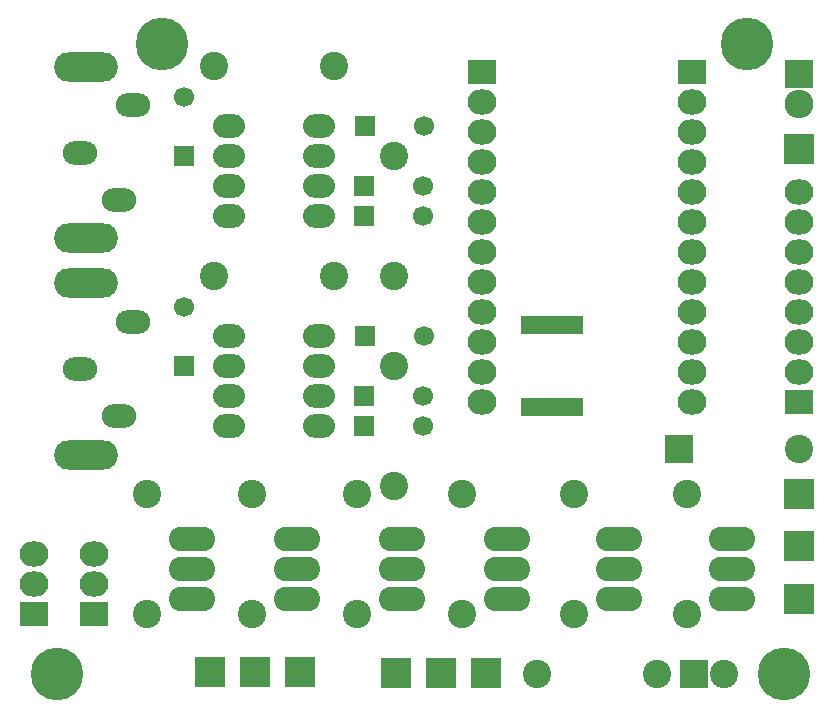
<source format=gbr>
G04 #@! TF.FileFunction,Soldermask,Bot*
%FSLAX46Y46*%
G04 Gerber Fmt 4.6, Leading zero omitted, Abs format (unit mm)*
G04 Created by KiCad (PCBNEW (2015-09-17 BZR 6202)-product) date Wednesday, September 23, 2015 'AMt' 01:30:27 AM*
%MOMM*%
G01*
G04 APERTURE LIST*
%ADD10C,0.100000*%
%ADD11C,4.464000*%
%ADD12R,2.635200X2.635200*%
%ADD13R,2.432000X2.127200*%
%ADD14O,2.432000X2.127200*%
%ADD15R,1.700000X1.700000*%
%ADD16C,1.700000*%
%ADD17C,2.398980*%
%ADD18R,2.398980X2.398980*%
%ADD19R,2.432000X2.432000*%
%ADD20O,2.432000X2.432000*%
%ADD21O,2.700000X2.000000*%
%ADD22R,0.800000X1.600000*%
%ADD23O,2.900000X2.000000*%
%ADD24O,5.400000X2.500000*%
%ADD25R,2.400000X2.400000*%
%ADD26C,2.400000*%
%ADD27O,3.900120X2.099260*%
G04 APERTURE END LIST*
D10*
D11*
X150495000Y-128270000D03*
X88900000Y-128270000D03*
D12*
X101911143Y-128163701D03*
D11*
X97790000Y-74930000D03*
D13*
X124894362Y-77305728D03*
D14*
X124894362Y-79845728D03*
X124894362Y-82385728D03*
X124894362Y-84925728D03*
X124894362Y-87465728D03*
X124894362Y-90005728D03*
X124894362Y-92545728D03*
X124894362Y-95085728D03*
X124894362Y-97625728D03*
X124894362Y-100165728D03*
X124894362Y-102705728D03*
X124894362Y-105245728D03*
D13*
X142674362Y-77305728D03*
D14*
X142674362Y-92545728D03*
X142674362Y-95085728D03*
X142674362Y-90005728D03*
X142674362Y-97625728D03*
X142674362Y-84925728D03*
X142674362Y-82385728D03*
X142674362Y-79845728D03*
X142674362Y-87465728D03*
X142674362Y-102705728D03*
X142674362Y-100165728D03*
X142674362Y-105245728D03*
D15*
X114935000Y-89535000D03*
D16*
X119935000Y-89535000D03*
D15*
X114935000Y-107315000D03*
D16*
X119935000Y-107315000D03*
D15*
X115015000Y-81915000D03*
D16*
X120015000Y-81915000D03*
D15*
X115015000Y-99695000D03*
D16*
X120015000Y-99695000D03*
D15*
X114935000Y-86995000D03*
D16*
X119935000Y-86995000D03*
D15*
X114935000Y-104775000D03*
D16*
X119935000Y-104775000D03*
D15*
X99695000Y-84455000D03*
D16*
X99695000Y-79455000D03*
D15*
X99695000Y-102235000D03*
D16*
X99695000Y-97235000D03*
D17*
X151765000Y-109220000D03*
D18*
X141605000Y-109220000D03*
D12*
X117663459Y-128195719D03*
X121473459Y-128195719D03*
X105721143Y-128163701D03*
X125283459Y-128195719D03*
X109531143Y-128163701D03*
D13*
X86995000Y-123190000D03*
D14*
X86995000Y-120650000D03*
X86995000Y-118110000D03*
D13*
X92075000Y-123190000D03*
D14*
X92075000Y-120650000D03*
X92075000Y-118110000D03*
D12*
X151765000Y-121920000D03*
X151765000Y-113030000D03*
X151765000Y-117475000D03*
X151765000Y-83820000D03*
D13*
X151765000Y-105245728D03*
D14*
X151765000Y-102705728D03*
X151765000Y-100165728D03*
X151765000Y-97625728D03*
X151765000Y-95085728D03*
X151765000Y-92545728D03*
X151765000Y-90005728D03*
X151765000Y-87465728D03*
D17*
X117475000Y-94615000D03*
X117475000Y-84455000D03*
X117475000Y-112395000D03*
X117475000Y-102235000D03*
X112395000Y-76835000D03*
X102235000Y-76835000D03*
X112395000Y-94615000D03*
X102235000Y-94615000D03*
X129540000Y-128270000D03*
X139700000Y-128270000D03*
X123190000Y-123190000D03*
X123190000Y-113030000D03*
X96520000Y-123190000D03*
X96520000Y-113030000D03*
X132715000Y-123190000D03*
X132715000Y-113030000D03*
X105410000Y-123190000D03*
X105410000Y-113030000D03*
X142240000Y-123190000D03*
X142240000Y-113030000D03*
X114300000Y-123190000D03*
X114300000Y-113030000D03*
D19*
X151765000Y-77470000D03*
D20*
X151765000Y-80010000D03*
D21*
X103505000Y-81915000D03*
X103505000Y-84455000D03*
X103505000Y-86995000D03*
X103505000Y-89535000D03*
X111125000Y-89535000D03*
X111125000Y-86995000D03*
X111125000Y-84455000D03*
X111125000Y-81915000D03*
X103505000Y-99695000D03*
X103505000Y-102235000D03*
X103505000Y-104775000D03*
X103505000Y-107315000D03*
X111125000Y-107315000D03*
X111125000Y-104775000D03*
X111125000Y-102235000D03*
X111125000Y-99695000D03*
D22*
X133085000Y-105685000D03*
X132435000Y-105685000D03*
X131785000Y-105685000D03*
X131135000Y-105685000D03*
X130485000Y-105685000D03*
X129835000Y-105685000D03*
X129185000Y-105685000D03*
X128535000Y-105685000D03*
X128535000Y-98785000D03*
X129185000Y-98785000D03*
X129835000Y-98785000D03*
X130485000Y-98785000D03*
X131135000Y-98785000D03*
X131785000Y-98785000D03*
X132435000Y-98785000D03*
X133085000Y-98785000D03*
D23*
X94143607Y-88172355D03*
X95393607Y-80172355D03*
D24*
X91393607Y-76922355D03*
X91393607Y-91422355D03*
D23*
X90893607Y-84172355D03*
X94143607Y-106482355D03*
X95393607Y-98482355D03*
D24*
X91393607Y-95232355D03*
X91393607Y-109732355D03*
D23*
X90893607Y-102482355D03*
D25*
X142875000Y-128270000D03*
D26*
X145415000Y-128270000D03*
D27*
X100330000Y-119380000D03*
X100330000Y-116840000D03*
X100330000Y-121920000D03*
X109220000Y-119380000D03*
X109220000Y-116840000D03*
X109220000Y-121920000D03*
X118110000Y-119380000D03*
X118110000Y-116840000D03*
X118110000Y-121920000D03*
X127000000Y-119380000D03*
X127000000Y-116840000D03*
X127000000Y-121920000D03*
X136525000Y-119380000D03*
X136525000Y-116840000D03*
X136525000Y-121920000D03*
X146050000Y-119380000D03*
X146050000Y-116840000D03*
X146050000Y-121920000D03*
D11*
X147320000Y-74930000D03*
M02*

</source>
